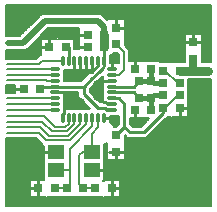
<source format=gtl>
*%FSLAX24Y24*%
*%MOIN*%
G01*
%ADD11C,0.0010*%
%ADD12C,0.0030*%
%ADD13C,0.0043*%
%ADD14C,0.0050*%
%ADD15C,0.0060*%
%ADD16C,0.0070*%
%ADD17C,0.0073*%
%ADD18C,0.0080*%
%ADD19C,0.0100*%
%ADD20C,0.0110*%
%ADD21C,0.0150*%
%ADD22C,0.0200*%
%ADD23C,0.0250*%
%ADD24C,0.0300*%
%ADD25C,0.0360*%
%ADD26C,0.0440*%
%ADD27C,0.0600*%
%ADD28R,0.0300X0.0300*%
%ADD29R,0.0380X0.0380*%
%ADD30R,0.0551X0.0453*%
%ADD31R,0.0631X0.0533*%
%ADD32O,0.0118X0.0354*%
%ADD33O,0.0198X0.0434*%
%ADD34O,0.0354X0.0118*%
%ADD35O,0.0434X0.0198*%
D16*
X15000Y13200D02*
X15785D01*
Y13250D02*
X15000D01*
Y13300D02*
X15785D01*
Y13350D02*
X15000D01*
Y13400D02*
X15785D01*
Y13450D02*
X15000D01*
Y13500D02*
X15785D01*
Y13550D02*
X15000D01*
Y13600D02*
X15785D01*
Y13650D02*
X15000D01*
Y13700D02*
X15785D01*
X16259Y13750D02*
X15000D01*
Y13800D02*
X16259D01*
Y13850D02*
X15000D01*
Y13900D02*
X16259D01*
Y13950D02*
X15000D01*
Y14000D02*
X16259D01*
Y14050D02*
X15000D01*
Y14100D02*
X16259D01*
Y14150D02*
X15000D01*
Y14200D02*
X16259D01*
Y14250D02*
X15000D01*
Y14300D02*
X16259D01*
Y14350D02*
X15000D01*
Y14400D02*
X16259D01*
Y14450D02*
X15000D01*
Y14500D02*
X16259D01*
Y14550D02*
X15000D01*
Y14600D02*
X16259D01*
Y14650D02*
X15000D01*
X15800Y13175D02*
Y12880D01*
X15850D02*
Y13175D01*
X15900D02*
Y12880D01*
X15950D02*
Y13175D01*
X16000D02*
Y12880D01*
X16050D02*
Y13175D01*
X16100D02*
Y12880D01*
X16150D02*
Y13175D01*
X16200D02*
Y12880D01*
X16250D02*
Y13175D01*
X16300D02*
Y12880D01*
X16400D02*
Y13175D01*
X16450D02*
Y12880D01*
X16500D02*
Y13175D01*
X16550D02*
Y12880D01*
X15785Y13175D02*
Y13745D01*
X16259D01*
Y14329D01*
Y14421D01*
Y14329D01*
X16335Y13175D02*
X15785D01*
X16259Y14700D02*
X15000D01*
X16600Y13175D02*
Y12880D01*
X16650D02*
Y13175D01*
X16259Y14750D02*
X15000D01*
Y14800D02*
X16259D01*
Y14850D02*
X15000D01*
Y15135D02*
Y12880D01*
Y15135D01*
X15050D02*
Y12880D01*
X15100D02*
Y15135D01*
X15150D02*
Y12880D01*
X15200D02*
Y15135D01*
X15250D02*
Y12880D01*
X15000Y14900D02*
X16228D01*
X16178Y14950D02*
X15000D01*
Y15000D02*
X16128D01*
X16078Y15050D02*
X15000D01*
Y15100D02*
X16028D01*
X15992Y15135D02*
X15000D01*
X15300D02*
Y12880D01*
X15306Y16650D02*
X15000D01*
Y16640D02*
X15306D01*
X15000D02*
Y16917D01*
Y16640D01*
X15050D02*
Y16917D01*
X15100D02*
Y16640D01*
X15150D02*
Y16917D01*
X15200D02*
Y16640D01*
X15250D02*
Y16917D01*
X15306Y16700D02*
X15000D01*
Y16750D02*
X15306D01*
Y16800D02*
X15000D01*
Y16850D02*
X15306D01*
Y16900D02*
X15000D01*
Y16917D02*
X15306D01*
X15300D02*
Y16640D01*
X15306D02*
Y16917D01*
X15350Y15135D02*
Y12880D01*
X15400D02*
Y15135D01*
X15450D02*
Y12880D01*
X15500D02*
Y15135D01*
X15550D02*
Y12880D01*
X15600D02*
Y15135D01*
X15650D02*
Y12880D01*
X15700D02*
Y15135D01*
X15750D02*
Y12880D01*
X16000Y13745D02*
Y15128D01*
X16050Y15078D02*
Y13745D01*
X15800D02*
Y15135D01*
X15850D02*
Y13745D01*
X15900D02*
Y15135D01*
X15950D02*
Y13745D01*
X16150D02*
Y14978D01*
X16155Y14972D02*
X16242Y14885D01*
X16200Y14928D02*
Y13745D01*
X16259Y14421D02*
Y14885D01*
X16155Y14972D02*
X15992Y15135D01*
X16100Y15028D02*
Y13745D01*
X16242Y14885D02*
X16155Y14972D01*
X16700Y13175D02*
Y12880D01*
X16750D02*
Y13175D01*
X16800D02*
Y12880D01*
X16850D02*
Y13175D01*
X16900D02*
Y12880D01*
X16950D02*
Y13175D01*
X17000D02*
Y12880D01*
X15000D02*
X21830D01*
Y12900D02*
X15000D01*
X17050Y12880D02*
Y13175D01*
X15000Y12950D02*
X21830D01*
X17100Y12880D02*
Y13175D01*
X17150D02*
Y12880D01*
X17200D02*
Y13175D01*
X17250D02*
Y12880D01*
X16735Y13175D02*
X16355D01*
X16735D02*
X16905D01*
X16735D01*
X16905D02*
X17285D01*
X16978Y16111D02*
X16921D01*
X16981D02*
X17175D01*
X15000Y13000D02*
X21830D01*
Y13050D02*
X15000D01*
Y13100D02*
X21830D01*
X17685Y13175D02*
X17305D01*
X15000Y13150D02*
X21830D01*
X17372Y16111D02*
X17178D01*
X17350Y13175D02*
Y12880D01*
X17400D02*
Y13175D01*
X17450D02*
Y12880D01*
X17500D02*
Y13175D01*
X17550D02*
Y12880D01*
X17600D02*
Y13175D01*
X17650D02*
Y12880D01*
X17700D02*
Y13175D01*
X17750D02*
Y12880D01*
X17800D02*
Y13175D01*
X17850D02*
Y12880D01*
X17900D02*
Y13175D01*
X17950D02*
Y12880D01*
X18000D02*
Y13175D01*
X18050D02*
Y12880D01*
X17855Y13175D02*
X17685D01*
X17855D01*
X18235D01*
X18100D02*
Y12880D01*
X16921Y16111D02*
Y16168D01*
X16950Y16111D02*
Y16668D01*
X16921Y16365D02*
Y16171D01*
X17000Y16111D02*
Y16668D01*
X17050D02*
Y16111D01*
X17100D02*
Y16668D01*
X17150D02*
Y16111D01*
X16921Y16150D02*
X17755D01*
X17705Y16200D02*
X16921D01*
X17375Y16111D02*
X17569D01*
X17400D02*
Y16505D01*
X17200Y16668D02*
Y16111D01*
X17250D02*
Y16668D01*
X17300D02*
Y16111D01*
X17350D02*
Y16668D01*
X16921Y16562D02*
Y16368D01*
Y16500D02*
X17405D01*
X17398Y16550D02*
X16921D01*
Y16600D02*
X17398D01*
X16921Y16565D02*
Y16668D01*
Y16650D02*
X17398D01*
Y16668D02*
Y16507D01*
Y16668D01*
X17655Y16250D02*
X16921D01*
Y16300D02*
X17605D01*
X17555Y16350D02*
X16921D01*
Y16400D02*
X17505D01*
X17455Y16450D02*
X16921D01*
Y16668D02*
X17398D01*
Y16507D02*
X17493Y16412D01*
X17398Y16507D01*
X17650Y16255D02*
Y16111D01*
X17700D02*
Y16205D01*
X17750Y16155D02*
Y16111D01*
X17450D02*
Y16455D01*
X17500Y16405D02*
Y16111D01*
X17550D02*
Y16355D01*
X17600Y16305D02*
Y16111D01*
X17794D02*
X17493Y16412D01*
X17571Y16111D02*
X17765D01*
X18075Y16400D02*
X18219D01*
Y16450D02*
X18025D01*
X18145Y16330D02*
X17778Y16697D01*
X18000Y16475D02*
Y16982D01*
X18100Y17082D02*
Y16375D01*
X18050Y16425D02*
Y17032D01*
X17778Y16763D02*
Y16697D01*
X17800Y16675D02*
Y16785D01*
X17975Y16500D02*
X18219D01*
X17850Y16625D02*
Y16835D01*
X17900Y16885D02*
Y16575D01*
X17778Y16763D02*
X17954Y16939D01*
X17950Y16935D02*
Y16525D01*
X17957Y16939D02*
X18052Y17034D01*
X18219Y16650D02*
X17825D01*
X17778Y16700D02*
X18219D01*
Y16550D02*
X17925D01*
X17875Y16600D02*
X18219D01*
Y16750D02*
X17778D01*
X17815Y16800D02*
X18219D01*
Y16850D02*
X17865D01*
X17915Y16900D02*
X18219D01*
X15000Y17772D02*
Y18065D01*
Y17772D01*
X15050D02*
Y18065D01*
X15100D02*
Y17772D01*
X15150D02*
Y18065D01*
X15200D02*
Y17772D01*
X15250D02*
Y18065D01*
X15000Y17772D02*
X15992D01*
X15300D02*
Y18065D01*
X15350D02*
Y17772D01*
X15400D02*
Y18065D01*
X15450D02*
Y17772D01*
X15500D02*
Y18065D01*
X15550D02*
Y17772D01*
X15600D02*
Y18065D01*
X15432D02*
X15000D01*
X15650D02*
Y17772D01*
X15432Y18535D02*
X15000D01*
Y18550D02*
X15448D01*
X15498Y18600D02*
X15000D01*
Y18650D02*
X15548D01*
X15598Y18700D02*
X15000D01*
Y17800D02*
X16021D01*
X16071Y17850D02*
X15000D01*
Y17900D02*
X16143D01*
Y17950D02*
X15000D01*
Y18000D02*
X16143D01*
Y18050D02*
X15000D01*
X15432Y18065D02*
X15668D01*
X15432D01*
X15700Y18098D02*
Y17772D01*
X15750D02*
Y18148D01*
X15800Y18198D02*
Y17772D01*
X15850D02*
Y18248D01*
X15900Y18298D02*
Y17772D01*
X15950D02*
Y18348D01*
X16000Y18398D02*
Y17779D01*
X15992Y17772D02*
X16029Y17809D01*
X16117Y17896D01*
X16029Y17809D01*
X16050Y17829D02*
Y18448D01*
X16100Y18498D02*
Y17879D01*
X16143Y17896D02*
Y18453D01*
X15785Y18182D02*
X15668Y18065D01*
X15785Y18182D01*
X15702Y18100D02*
X16143D01*
Y18150D02*
X15752D01*
X15802Y18200D02*
X16143D01*
Y18250D02*
X15852D01*
X15902Y18300D02*
X16143D01*
Y18350D02*
X15952D01*
X16002Y18400D02*
X16143D01*
Y18450D02*
X16052D01*
X16143Y18453D02*
X16693D01*
X16150D02*
Y18548D01*
X16200Y18598D02*
Y18453D01*
X16250D02*
Y18648D01*
X15000Y18535D02*
Y19560D01*
Y18535D01*
X15050D02*
Y19560D01*
X15100D02*
Y18535D01*
X15150D02*
Y19560D01*
X15200D02*
Y18535D01*
X15250D02*
Y19560D01*
X15300D02*
Y18535D01*
X15350D02*
Y19560D01*
X16398Y18795D02*
X15785Y18182D01*
X15432Y18535D02*
X16045Y19148D01*
X15400Y19560D02*
Y18535D01*
X15450Y18552D02*
Y19560D01*
X15500D02*
Y18602D01*
X15550Y18652D02*
Y19560D01*
X15648Y18750D02*
X15000D01*
Y18800D02*
X15698D01*
X15748Y18850D02*
X15000D01*
Y18900D02*
X15798D01*
X15600Y18702D02*
Y19560D01*
X15650D02*
Y18752D01*
X15700Y18802D02*
Y19560D01*
X15750D02*
Y18852D01*
X15848Y18950D02*
X15000D01*
Y19000D02*
X15898D01*
X15948Y19050D02*
X15000D01*
Y19100D02*
X15998D01*
X16048Y19150D02*
X15000D01*
Y19200D02*
X16098D01*
X15800Y18902D02*
Y19560D01*
X16148Y19250D02*
X15000D01*
X16045Y19148D02*
X16162Y19265D01*
X16300Y18698D02*
Y18453D01*
X16045Y19148D02*
X16162Y19265D01*
X15850Y19560D02*
Y18952D01*
X15900Y19002D02*
Y19560D01*
X15950D02*
Y19052D01*
X16000Y19102D02*
Y19560D01*
X16350Y18748D02*
Y18453D01*
X16400D02*
Y18795D01*
X16450D02*
Y18453D01*
X16500D02*
Y18795D01*
X16550D02*
Y18453D01*
X16600D02*
Y18795D01*
X16650D02*
Y18453D01*
X16750D02*
Y18795D01*
X16050Y19152D02*
Y19560D01*
X16100D02*
Y19202D01*
X16150Y19252D02*
Y19560D01*
X16162Y19265D02*
X16398D01*
X16200D02*
Y19560D01*
X16250D02*
Y19265D01*
X16300D02*
Y19560D01*
X16350D02*
Y19265D01*
X16398D02*
X16162D01*
X16400D02*
Y19560D01*
X16450D02*
Y19265D01*
X16500D02*
Y19560D01*
X16550D02*
Y19265D01*
X16600D02*
Y19560D01*
X16650D02*
Y19265D01*
X16700D02*
Y19560D01*
X16921Y17152D02*
Y17048D01*
X16950D02*
Y17409D01*
X16921Y17349D02*
Y17155D01*
X17000Y17048D02*
Y17409D01*
X17050D02*
Y17048D01*
X17100D02*
Y17409D01*
X17150D02*
Y17048D01*
X16921Y17050D02*
X17495D01*
X17493Y17048D02*
X16921D01*
Y17100D02*
X17545D01*
X17595Y17150D02*
X16921D01*
Y17200D02*
X17645D01*
X17695Y17250D02*
X16921D01*
X17200Y17409D02*
Y17048D01*
X17250D02*
Y17409D01*
X16921D02*
Y17352D01*
Y17409D02*
X16978D01*
X16981D02*
X17175D01*
X17178D02*
X17372D01*
X17424Y18110D02*
X17268D01*
X17263Y18453D02*
X16713D01*
X17268Y18263D02*
Y18110D01*
X17263Y18268D02*
Y18453D01*
X16921Y17300D02*
X17745D01*
X17848Y17400D02*
X16921D01*
X17268Y18150D02*
X17424D01*
Y18200D02*
X17268D01*
Y18250D02*
X17424D01*
Y18300D02*
X17263D01*
Y18350D02*
X17424D01*
Y18400D02*
X17263D01*
X17300Y17409D02*
Y17048D01*
X17350D02*
Y17409D01*
X17400D02*
Y17048D01*
X17450D02*
Y17409D01*
X17500D02*
Y17055D01*
X17550Y17105D02*
Y17409D01*
X17600D02*
Y17155D01*
X17957Y16939D02*
X18052Y17034D01*
X17968Y16950D02*
X18219D01*
X18049Y17034D02*
X17954Y16939D01*
X18018Y17000D02*
X18219D01*
X17669Y17224D02*
X17493Y17048D01*
X17650Y17205D02*
Y17409D01*
X18068Y17050D02*
X18219D01*
X18172Y17154D02*
X18052Y17034D01*
X17569Y17409D02*
X17375D01*
X17700D02*
Y17255D01*
X17750Y17305D02*
Y17409D01*
X17424Y18110D02*
Y18302D01*
Y18450D02*
X17263D01*
X17767Y17319D02*
X17672Y17224D01*
X17765Y17409D02*
X17571D01*
X17669Y17224D02*
X17764Y17319D01*
X17669Y17224D01*
X17767Y17319D02*
X17857Y17409D01*
X17768D01*
X17800D02*
Y17352D01*
X16800Y18453D02*
Y18795D01*
X16850D02*
Y18453D01*
X16900D02*
Y18795D01*
X16950D02*
Y18453D01*
X17000D02*
Y18795D01*
X17050D02*
Y18453D01*
X17100D02*
Y18795D01*
X17424Y18500D02*
X16102D01*
X16152Y18550D02*
X17424D01*
Y18600D02*
X16202D01*
X16252Y18650D02*
X17424D01*
Y18700D02*
X16302D01*
X16352Y18750D02*
X17424D01*
X17150Y18795D02*
Y18453D01*
X17424Y18795D02*
X16398D01*
X16750Y19265D02*
Y19560D01*
X16800D02*
Y19265D01*
X16850D02*
Y19560D01*
X16900D02*
Y19265D01*
X16950D02*
Y19560D01*
X17000D02*
Y19265D01*
X17050D02*
Y19560D01*
X17100D02*
Y19265D01*
X15000Y19300D02*
X21830D01*
Y19350D02*
X15000D01*
X16398Y19265D02*
X17942D01*
X15000Y19400D02*
X21830D01*
Y19450D02*
X15000D01*
Y19500D02*
X21830D01*
Y19550D02*
X15000D01*
Y19560D02*
X21830D01*
X17200Y18795D02*
Y18453D01*
X17300Y18795D02*
Y18110D01*
X17250Y18453D02*
Y18795D01*
X17150Y19265D02*
Y19560D01*
X17200D02*
Y19265D01*
X17250D02*
Y19560D01*
X17300D02*
Y19265D01*
X17350Y18795D02*
Y18110D01*
X17424Y18302D02*
Y18472D01*
Y18302D01*
X17400Y18110D02*
Y18795D01*
X17350Y19265D02*
Y19560D01*
X17424Y18795D02*
Y18472D01*
X17400Y19265D02*
Y19560D01*
X17450D02*
Y19265D01*
X17500D02*
Y19560D01*
X17550D02*
Y19265D01*
X17600D02*
Y19560D01*
X17650D02*
Y19265D01*
X17700D02*
Y19560D01*
X17750D02*
Y19265D01*
X17800D02*
Y19560D01*
X17850D02*
Y19265D01*
X17900D02*
Y19560D01*
X17942Y19265D02*
X18178D01*
X17942D01*
X17950D02*
Y19560D01*
X18000D02*
Y19265D01*
X18050D02*
Y19560D01*
X18100D02*
Y19265D01*
X18150Y13175D02*
Y12880D01*
X18200D02*
Y13175D01*
X18235Y13699D02*
Y13745D01*
X18260D02*
Y13699D01*
X18255D02*
Y13745D01*
X18260D02*
Y14329D01*
Y14421D01*
X18255Y13175D02*
X18805D01*
Y13745D02*
X18260D01*
X18300Y13175D02*
Y12880D01*
X18350D02*
Y13175D01*
X18260Y14329D02*
Y14421D01*
Y14400D02*
X18375D01*
X18300Y14942D02*
Y13745D01*
X18350D02*
Y14960D01*
X18375Y14450D02*
X18260D01*
Y14500D02*
X18375D01*
Y14550D02*
X18260D01*
Y14421D02*
Y14902D01*
Y14600D02*
X18375D01*
Y14398D02*
Y14948D01*
X18318Y14960D02*
X18260Y14902D01*
Y14650D02*
X18375D01*
Y14700D02*
X18260D01*
X18375Y14398D02*
X18945D01*
X18375Y14750D02*
X18260D01*
Y14800D02*
X18375D01*
Y14850D02*
X18260D01*
Y14900D02*
X18375D01*
Y14960D02*
X18318D01*
X18400Y13175D02*
Y12880D01*
X18450D02*
Y13175D01*
X18500D02*
Y12880D01*
X18550D02*
Y13175D01*
X18600D02*
Y12880D01*
X18650D02*
Y13175D01*
X18700D02*
Y12880D01*
X18750D02*
Y13175D01*
X18800D02*
Y12880D01*
X18805Y13175D02*
Y13745D01*
X18850Y14398D02*
Y12880D01*
X18900D02*
Y14398D01*
X19050Y15145D02*
Y12880D01*
X19100D02*
Y15145D01*
X18400Y14398D02*
Y13745D01*
X18450D02*
Y14398D01*
X18500D02*
Y13745D01*
X18550D02*
Y14398D01*
X18600D02*
Y13745D01*
X18650D02*
Y14398D01*
X18700D02*
Y13745D01*
X18750D02*
Y14398D01*
X18800D02*
Y13745D01*
X18945Y14398D02*
Y14948D01*
Y15150D02*
X19026D01*
X18668Y15518D02*
X18600D01*
Y15540D02*
X18453Y15687D01*
Y15877D01*
X18590Y15550D02*
X18699D01*
X18500Y15640D02*
Y15877D01*
X18600D02*
Y15540D01*
X18550Y15590D02*
Y15877D01*
X18650D02*
Y15518D01*
X18700Y15551D02*
Y15877D01*
X18755Y15650D02*
X18490D01*
X18453Y15700D02*
X18755D01*
Y15606D02*
X18668Y15518D01*
X18749Y15600D02*
X18540D01*
X18453Y15750D02*
X18755D01*
Y15800D02*
X18453D01*
Y15850D02*
X18755D01*
X18746Y15877D02*
X18453D01*
X19000Y15176D02*
Y12880D01*
X19150D02*
Y15145D01*
X19200D02*
Y12880D01*
X18950D02*
Y15226D01*
X18945Y15231D02*
Y14968D01*
X19031Y15145D02*
X18945Y15231D01*
X19031Y15145D01*
X19216D01*
X19031D01*
X19250D02*
Y12880D01*
X19300D02*
Y15145D01*
X19350D02*
Y12880D01*
X19400D02*
Y15145D01*
X19450D02*
Y12880D01*
X19500D02*
Y15145D01*
X18976Y15200D02*
X18945D01*
X19216Y15515D02*
X19125Y15606D01*
X19150Y15581D02*
Y15795D01*
X19125D02*
Y15606D01*
X19200Y15531D02*
Y15795D01*
X18755Y15886D02*
Y15606D01*
X19250Y15515D02*
Y15795D01*
X19300D02*
Y15515D01*
X19216Y15145D02*
X19488D01*
X19522Y15550D02*
X19181D01*
X19216Y15515D02*
X19488D01*
X19350D02*
Y15795D01*
X19400D02*
Y15515D01*
X19450D02*
Y15795D01*
X19500D02*
Y15528D01*
X18805Y13200D02*
X21830D01*
Y13250D02*
X18805D01*
Y13300D02*
X21830D01*
Y13350D02*
X18805D01*
Y13400D02*
X21830D01*
Y13450D02*
X18805D01*
Y13500D02*
X21830D01*
Y13550D02*
X18805D01*
Y13600D02*
X21830D01*
Y13650D02*
X18805D01*
Y13700D02*
X21830D01*
Y13750D02*
X18260D01*
Y13800D02*
X21830D01*
Y13850D02*
X18260D01*
Y13900D02*
X21830D01*
Y13950D02*
X18260D01*
Y14000D02*
X21830D01*
Y14050D02*
X18260D01*
Y14100D02*
X21830D01*
Y14150D02*
X18260D01*
Y14200D02*
X21830D01*
Y14250D02*
X18260D01*
Y14300D02*
X21830D01*
Y14350D02*
X18260D01*
X18945Y14400D02*
X21830D01*
Y14450D02*
X18945D01*
Y14500D02*
X21830D01*
Y14550D02*
X18945D01*
Y14600D02*
X21830D01*
Y14650D02*
X18945D01*
Y14700D02*
X21830D01*
X19550Y15145D02*
Y12880D01*
X19600D02*
Y15145D01*
X19650D02*
Y12880D01*
X19700D02*
Y15172D01*
X19750Y15222D02*
Y12880D01*
X19800D02*
Y15272D01*
X19850Y15322D02*
Y12880D01*
X18945Y14750D02*
X21830D01*
Y14800D02*
X18945D01*
Y14850D02*
X21830D01*
Y14900D02*
X18945D01*
X19900Y15372D02*
Y12880D01*
X19950D02*
Y15422D01*
X20000Y15472D02*
Y12880D01*
X20050D02*
Y15522D01*
X18945Y15000D02*
X21830D01*
Y15050D02*
X18945D01*
Y15100D02*
X21830D01*
X19672Y15145D02*
X19488D01*
X19672D01*
X19678Y15150D02*
X21830D01*
X19765Y15238D02*
X19672Y15145D01*
X19765Y15238D01*
X19728Y15200D02*
X21830D01*
Y15250D02*
X19778D01*
X19828Y15300D02*
X21830D01*
Y15350D02*
X19878D01*
X19928Y15400D02*
X21830D01*
Y15450D02*
X19978D01*
X20028Y15500D02*
X21830D01*
Y15550D02*
X20078D01*
X19572Y15600D02*
X19131D01*
X20100Y15572D02*
Y12880D01*
X20150D02*
Y15622D01*
X19768Y15795D02*
X19488Y15515D01*
X19550Y15578D02*
Y15795D01*
X20200Y15672D02*
Y12880D01*
X19600Y15628D02*
Y15795D01*
X20250Y15722D02*
Y12880D01*
X19765Y15238D02*
X20332Y15805D01*
X20300Y15772D02*
Y12880D01*
X20350D02*
Y15822D01*
X20400Y15848D02*
Y12880D01*
X20450D02*
Y15848D01*
X20500D02*
Y12880D01*
X20550D02*
Y15848D01*
X19622Y15650D02*
X19125D01*
Y15700D02*
X19672D01*
X19722Y15750D02*
X19125D01*
Y15795D02*
X19555D01*
X19650D02*
Y15678D01*
X19575Y15795D02*
X19768D01*
X19700D02*
Y15728D01*
X20332Y15805D02*
X20376Y15848D01*
X20128Y15600D02*
X21830D01*
Y15650D02*
X20178D01*
X20228Y15700D02*
X21830D01*
Y15750D02*
X20278D01*
X20328Y15800D02*
X21830D01*
X20376Y15848D02*
X20332Y15805D01*
X20376Y15848D02*
X20505D01*
X20525D02*
X21075D01*
X20600D02*
Y12880D01*
X20650D02*
Y15848D01*
X20700D02*
Y12880D01*
X20750D02*
Y15848D01*
X20800D02*
Y12880D01*
X20850D02*
Y15848D01*
X20900D02*
Y12880D01*
X20950D02*
Y15848D01*
X21000D02*
Y12880D01*
X21050D02*
Y15848D01*
X21100Y17095D02*
Y12880D01*
X21150D02*
Y17095D01*
X21200D02*
Y12880D01*
X21250D02*
Y17095D01*
X21300D02*
Y12880D01*
X21075Y15848D02*
Y16275D01*
X21350Y17095D02*
Y12880D01*
X21400D02*
Y17095D01*
X21450D02*
Y12880D01*
X21500D02*
Y17095D01*
X21550D02*
Y12880D01*
X21600D02*
Y17095D01*
X21830Y15850D02*
X21075D01*
Y15900D02*
X21830D01*
X21650Y17095D02*
Y12880D01*
X21830Y15950D02*
X21075D01*
X21700Y17095D02*
Y12880D01*
X21750D02*
Y17095D01*
X21800D02*
Y12880D01*
X21830D02*
Y17095D01*
X18185Y16330D02*
X18145D01*
X18185D02*
X18219D01*
X18185D01*
X18150D02*
Y17132D01*
X18125Y16350D02*
X18219D01*
Y16365D02*
Y16330D01*
X18200D02*
Y17175D01*
X18219Y16562D02*
Y16368D01*
Y17100D02*
X18118D01*
X18219Y16759D02*
Y16565D01*
Y16761D02*
Y16955D01*
Y17150D02*
X18168D01*
X18179Y17154D02*
X18219Y17194D01*
Y17152D02*
Y16958D01*
X18179Y17154D02*
X18219Y17194D01*
Y17201D02*
X18172Y17154D01*
X18219Y17155D02*
Y17194D01*
X18453Y17643D02*
Y17902D01*
X18500D02*
Y17643D01*
X18544Y17902D02*
X18453D01*
X18700Y17958D02*
Y17643D01*
X18708Y17950D02*
X18544D01*
X18453Y17643D02*
X18745D01*
Y17650D02*
X18453D01*
Y17700D02*
X18745D01*
Y17750D02*
X18453D01*
Y17800D02*
X18745D01*
Y17850D02*
X18453D01*
X18745Y17912D02*
Y17643D01*
Y17900D02*
X18453D01*
X19095Y17912D02*
Y17715D01*
X19555D01*
X20125D02*
Y17665D01*
Y17715D02*
X19575D01*
X18550Y17643D02*
Y17975D01*
X18600D02*
Y17643D01*
X18544Y17902D02*
Y17975D01*
X18375Y19068D02*
X18295Y19148D01*
X18350Y19092D02*
Y19560D01*
X18650Y17975D02*
Y17643D01*
X18400Y19095D02*
Y19560D01*
X18682Y17975D02*
X18745Y17912D01*
X18682Y17975D02*
X18544D01*
X18945Y18238D02*
X19008Y18175D01*
X18945Y18238D02*
Y18525D01*
Y19095D02*
X18375D01*
X18945D02*
Y18545D01*
X18295Y19148D02*
X18178Y19265D01*
X18150D02*
Y19560D01*
X18178Y19265D02*
X18295Y19148D01*
X18200Y19242D02*
Y19560D01*
X18300D02*
Y19142D01*
X18250Y19192D02*
Y19560D01*
X18450D02*
Y19095D01*
X18500D02*
Y19560D01*
X18550D02*
Y19095D01*
X18600D02*
Y19560D01*
X18650D02*
Y19095D01*
X18700D02*
Y19560D01*
X18750D02*
Y19095D01*
X18800D02*
Y19560D01*
X18850D02*
Y19095D01*
X18900D02*
Y19560D01*
X19100D02*
Y17715D01*
X19150D02*
Y19560D01*
X19200D02*
Y17715D01*
X19250D02*
Y19560D01*
X19300D02*
Y17715D01*
X19350D02*
Y19560D01*
X19400D02*
Y17715D01*
X19450D02*
Y19560D01*
X19500D02*
Y17715D01*
X19550D02*
Y19560D01*
X19600D02*
Y17715D01*
X20150Y17665D02*
Y19560D01*
X19650D02*
Y17715D01*
X20200Y17665D02*
Y19560D01*
X20250D02*
Y17665D01*
X19095Y18088D02*
X19008Y18175D01*
X19095Y18088D01*
Y17912D01*
Y18088D01*
X19000Y18182D02*
Y19560D01*
X18950D02*
Y18232D01*
X19700Y17715D02*
Y19560D01*
X19050D02*
Y18132D01*
X19750Y17715D02*
Y19560D01*
X19800D02*
Y17715D01*
X19850D02*
Y19560D01*
X19900D02*
Y17715D01*
X19950D02*
Y19560D01*
X20000D02*
Y17715D01*
X20050D02*
Y19560D01*
X20100D02*
Y17715D01*
X21075Y16000D02*
X21830D01*
Y16050D02*
X21075D01*
X20505Y17665D02*
X20125D01*
X20525D02*
X20648D01*
X21075Y16418D02*
Y16275D01*
Y16418D01*
Y16100D02*
X21830D01*
Y16150D02*
X21075D01*
Y16200D02*
X21830D01*
Y16250D02*
X21075D01*
Y16300D02*
X21830D01*
Y16350D02*
X21075D01*
Y16400D02*
X21830D01*
Y16450D02*
X21075D01*
X20955Y17700D02*
X20125D01*
X20955Y17750D02*
X19095D01*
X20648Y17665D02*
X20955D01*
X20648D01*
X20955Y17800D02*
X19095D01*
Y17850D02*
X20955D01*
Y17665D02*
Y18045D01*
Y17900D02*
X19095D01*
Y17950D02*
X20955D01*
Y18150D02*
X19032D01*
X19095Y18000D02*
X20955D01*
Y18100D02*
X19082D01*
X18945Y18250D02*
X20955D01*
Y18300D02*
X18945D01*
X18982Y18200D02*
X20955D01*
Y18350D02*
X18945D01*
X21075Y16500D02*
X21830D01*
Y16550D02*
X21075D01*
Y16600D02*
X21830D01*
X21075Y16675D02*
Y16418D01*
Y16675D02*
Y16845D01*
Y16675D01*
Y16845D02*
Y17095D01*
Y16650D02*
X21830D01*
Y16700D02*
X21075D01*
Y16750D02*
X21830D01*
Y16800D02*
X21075D01*
Y16850D02*
X21830D01*
Y16900D02*
X21075D01*
Y16950D02*
X21830D01*
Y17000D02*
X21075D01*
Y17050D02*
X21830D01*
Y17095D02*
X21075D01*
X21525Y17665D02*
X21830D01*
Y17700D02*
X21525D01*
Y17750D02*
X21830D01*
Y17800D02*
X21525D01*
Y17665D02*
Y18045D01*
Y17850D02*
X21830D01*
Y17900D02*
X21525D01*
Y17950D02*
X21830D01*
Y18000D02*
X21525D01*
Y18100D02*
X21830D01*
Y18150D02*
X21525D01*
Y18200D02*
X21830D01*
Y18250D02*
X21525D01*
Y18300D02*
X21830D01*
X20300Y17665D02*
Y19560D01*
X20350D02*
Y17665D01*
X20400D02*
Y19560D01*
X20450D02*
Y17665D01*
X20500D02*
Y19560D01*
X20550D02*
Y17665D01*
X20600D02*
Y19560D01*
X20955Y18400D02*
X18945D01*
Y18450D02*
X20955D01*
X20650Y17665D02*
Y19560D01*
X20700D02*
Y17665D01*
X20750D02*
Y19560D01*
X20800D02*
Y17665D01*
X20850D02*
Y19560D01*
X20900D02*
Y17665D01*
X20955Y18500D02*
X18945D01*
Y18550D02*
X20955D01*
Y18600D02*
X18945D01*
Y18650D02*
X21830D01*
Y18700D02*
X18945D01*
Y18750D02*
X21830D01*
Y18800D02*
X18945D01*
Y18850D02*
X21830D01*
Y18900D02*
X18945D01*
Y18950D02*
X21830D01*
Y19000D02*
X18945D01*
Y19050D02*
X21830D01*
Y19200D02*
X18242D01*
X18192Y19250D02*
X21830D01*
Y19100D02*
X18342D01*
X18292Y19150D02*
X21830D01*
X20950Y19560D02*
Y17665D01*
X20955Y18065D02*
Y18615D01*
X21550Y19560D02*
Y17665D01*
X21525Y18065D02*
Y18615D01*
Y18350D02*
X21830D01*
Y18400D02*
X21525D01*
X21600Y17665D02*
Y19560D01*
X21650D02*
Y17665D01*
X21700D02*
Y19560D01*
X21750D02*
Y17665D01*
X21800D02*
Y19560D01*
X21830D02*
Y17665D01*
X21000Y18615D02*
Y19560D01*
X21050D02*
Y18615D01*
X21100D02*
Y19560D01*
X21150D02*
Y18615D01*
X21200D02*
Y19560D01*
X21250D02*
Y18615D01*
X21300D02*
Y19560D01*
X21350D02*
Y18615D01*
X21525Y18450D02*
X21830D01*
Y18500D02*
X21525D01*
Y18550D02*
X21830D01*
Y18600D02*
X21525D01*
Y18615D02*
X20955D01*
X21400D02*
Y19560D01*
X21450D02*
Y18615D01*
X21500D02*
Y19560D01*
D18*
X17120Y15060D02*
X16330D01*
X16080Y15310D01*
X15010D01*
X16430Y15210D02*
X17070D01*
X16430D02*
X16140Y15500D01*
X15010D01*
X16530Y15360D02*
X17020D01*
X16200Y15690D02*
X15010D01*
X16200D02*
X16530Y15360D01*
X16260Y15880D02*
X15010D01*
X16260D02*
X16630Y15510D01*
X16970D01*
X18531Y17252D02*
X18752D01*
X17120Y14786D02*
Y13559D01*
Y14060D02*
X16670D01*
X17119Y13559D02*
X17020Y13460D01*
X17119Y13559D02*
X17120D01*
X17420Y13610D02*
X17570Y13460D01*
X16520Y17437D02*
X15010D01*
X20293Y16140D02*
X20713Y16560D01*
X20717Y16960D02*
X20297Y17380D01*
X16080Y17597D02*
X15010D01*
X16080D02*
X16204Y17721D01*
X16881D01*
X16609Y17252D02*
X15010D01*
X17668Y15799D02*
Y15608D01*
X17120Y15060D01*
X17472Y15612D02*
Y15799D01*
Y15612D02*
X17070Y15210D01*
X17275Y15615D02*
Y15799D01*
Y15615D02*
X17020Y15360D01*
X17078Y15618D02*
Y15799D01*
Y15618D02*
X16970Y15510D01*
X16609Y16071D02*
X15010D01*
Y16268D02*
X16609D01*
Y17055D02*
X16375D01*
X16338Y17092D01*
X16609Y16465D02*
X15010D01*
X18062Y15799D02*
Y15502D01*
X17850Y15290D01*
X17865Y15532D02*
Y15799D01*
X17850Y14691D02*
X17551D01*
X17420Y14560D01*
Y13610D01*
X17120Y14786D02*
X17865Y15532D01*
X17850Y15290D02*
Y14691D01*
X17020Y13460D02*
X16620D01*
X17570D02*
X17970D01*
X18920Y17420D02*
Y18000D01*
X18660Y18260D01*
X18920Y17420D02*
X18752Y17252D01*
X16338Y17092D02*
X15010D01*
D19*
X18531Y16465D02*
X18755D01*
X19268Y16858D02*
X19440Y17030D01*
X19268Y16858D02*
X18531D01*
X19258Y16662D02*
X19440Y16480D01*
X19258Y16662D02*
X18531D01*
X18940Y15513D02*
X18660Y15233D01*
X20247Y16133D02*
X20254Y16140D01*
X20240Y16133D02*
Y15990D01*
X19580Y15330D01*
X19123D01*
X18940Y15513D01*
Y16280D02*
X18755Y16465D01*
X18940Y16280D02*
Y15513D01*
X18531Y16268D02*
X18402D01*
X18380Y16290D01*
X18350D01*
X18310Y16330D01*
X18062Y17562D02*
Y17721D01*
X17865D02*
Y17405D01*
X18030Y16550D02*
X18250Y16330D01*
X18310D01*
X18030Y16910D02*
X18175Y17055D01*
X17858Y17358D02*
X18062Y17562D01*
X17858Y17358D02*
X17668D01*
X16070Y13460D02*
X15820D01*
X16070D02*
Y13210D01*
Y13460D02*
Y13710D01*
X16294Y14691D02*
X16670D01*
X15591Y16788D02*
X15341D01*
X17850Y14060D02*
X18225D01*
X16428Y18168D02*
X16178D01*
X16428D02*
Y18418D01*
X17472Y17721D02*
Y17444D01*
X17668D02*
Y17721D01*
X17709Y18187D02*
X17459D01*
X17865Y17721D02*
Y17444D01*
X17709Y18587D02*
X17459D01*
X18520Y13460D02*
Y13210D01*
Y13460D02*
Y13710D01*
Y13460D02*
X18770D01*
X18660Y14433D02*
Y14683D01*
X18410D01*
X18660D02*
X18910D01*
X19290Y15830D02*
Y16080D01*
X20790Y16133D02*
Y15883D01*
X19290Y17430D02*
Y17680D01*
X18910Y18810D02*
X18660D01*
Y19060D01*
X20790Y16133D02*
X21040D01*
X20990Y18330D02*
X21240D01*
X21490D01*
X21240D02*
Y18580D01*
D20*
X18259Y18187D02*
Y17721D01*
X17078D02*
Y18168D01*
X18531Y17721D02*
Y17449D01*
Y17721D02*
X18620Y17810D01*
X18541Y15799D02*
X18259D01*
X18541D02*
X18620Y15720D01*
X18259Y17549D02*
Y17721D01*
Y17549D02*
X18220Y17510D01*
Y17480D01*
X17275Y17345D02*
Y17721D01*
X17472D02*
Y17302D01*
X17668Y17358D02*
Y17721D01*
X17248Y16662D02*
X16609D01*
X16881Y15931D02*
Y15799D01*
Y15931D02*
X16909Y15959D01*
Y16099D01*
X17110Y16300D01*
X18349Y16071D02*
X18531D01*
X18349D02*
X18280Y16140D01*
X18175Y17055D02*
X18531D01*
X16212Y16858D02*
X16141Y16788D01*
X17859Y17129D02*
X17862D01*
X17859D02*
X17588Y16858D01*
X18084Y17344D02*
X18220Y17480D01*
X18084Y17344D02*
X18077D01*
X17862Y17129D01*
X18050Y16140D02*
X18280D01*
X17588Y16602D02*
Y16858D01*
Y16602D02*
X18050Y16140D01*
X17588Y16858D02*
X16212D01*
D21*
X19440Y17030D02*
X19840D01*
X19910Y16960D02*
X20240D01*
X19840Y16480D02*
X19440D01*
X19920Y16560D02*
X20240D01*
X19840Y17030D02*
Y17430D01*
Y16480D02*
Y16080D01*
D22*
X18259Y18587D02*
Y18831D01*
X18060Y19030D01*
X16280D01*
X15550Y18300D01*
X15070D01*
D23*
X21240Y17780D02*
Y17380D01*
D24*
X18259Y18187D02*
Y18587D01*
X20790Y17380D02*
X21710D01*
D25*
X21680Y18640D02*
D03*
X19100Y18810D02*
D03*
X17240Y18650D02*
D03*
X21680Y13030D02*
D03*
X20040Y17870D02*
D03*
X19290D02*
D03*
Y15640D02*
D03*
X17110Y16300D02*
D03*
Y17210D02*
D03*
X15150Y16788D02*
D03*
X18430Y14060D02*
D03*
X16100Y14691D02*
D03*
X15981Y18168D02*
D03*
X18960Y13460D02*
D03*
X15630D02*
D03*
X17470Y16300D02*
D03*
Y17210D02*
D03*
X16100Y14060D02*
D03*
X20790Y15690D02*
D03*
X15150Y13030D02*
D03*
X20800Y17870D02*
D03*
X19100Y14680D02*
D03*
X18620Y17810D02*
D03*
Y15720D02*
D03*
X18060Y16550D02*
D03*
Y16910D02*
D03*
X19700Y14980D02*
D03*
X15150Y14990D02*
D03*
X18415Y19410D02*
D03*
X16782D02*
D03*
X20048D02*
D03*
X15150D02*
D03*
X21680D02*
D03*
X18415Y13030D02*
D03*
X16782D02*
D03*
X20048D02*
D03*
X21680Y14625D02*
D03*
X15150Y17920D02*
D03*
X21240Y16890D02*
D03*
X21680Y16220D02*
D03*
X20280Y14100D02*
D03*
X19290Y18320D02*
D03*
X20040D02*
D03*
X20800D02*
D03*
X21680Y16890D02*
D03*
X21240Y16220D02*
D03*
X20260Y15340D02*
D03*
X21670Y17870D02*
D03*
D28*
X18259Y18587D02*
D03*
X17709D02*
D03*
X18259Y18187D02*
D03*
X17709D02*
D03*
X20240Y16560D02*
D03*
X20790D02*
D03*
X18660Y18810D02*
D03*
X19290Y17430D02*
D03*
X15591Y16788D02*
D03*
X16428Y18168D02*
D03*
X20790Y16133D02*
D03*
X18520Y13460D02*
D03*
X21240Y18330D02*
D03*
X16070Y13460D02*
D03*
X19840Y16080D02*
D03*
X21240Y17780D02*
D03*
X20790Y17380D02*
D03*
Y16960D02*
D03*
X20240Y17380D02*
D03*
X18660Y18260D02*
D03*
X20240Y16960D02*
D03*
X19840Y17030D02*
D03*
Y17430D02*
D03*
X19440Y17030D02*
D03*
X19840Y16480D02*
D03*
X19440D02*
D03*
X19290Y16080D02*
D03*
X20240Y16133D02*
D03*
X16141Y16788D02*
D03*
X17570Y13460D02*
D03*
X17970D02*
D03*
X17020D02*
D03*
X16620D02*
D03*
X16978Y18168D02*
D03*
X18660Y15233D02*
D03*
Y14683D02*
D03*
D30*
X16670Y14691D02*
D03*
X17850Y14060D02*
D03*
Y14691D02*
D03*
X16670Y14060D02*
D03*
D32*
X16881Y17721D02*
D03*
X17668D02*
D03*
X17865D02*
D03*
X17078D02*
D03*
X17275D02*
D03*
X17472D02*
D03*
X18062D02*
D03*
X18259D02*
D03*
Y15799D02*
D03*
X17472D02*
D03*
X17275D02*
D03*
X18062D02*
D03*
X17865D02*
D03*
X17668D02*
D03*
X17078D02*
D03*
X16881D02*
D03*
D34*
X16609Y16071D02*
D03*
Y16858D02*
D03*
Y17055D02*
D03*
Y16268D02*
D03*
Y16465D02*
D03*
Y16662D02*
D03*
Y17252D02*
D03*
Y17449D02*
D03*
X18531D02*
D03*
Y16662D02*
D03*
Y16465D02*
D03*
Y17252D02*
D03*
Y17055D02*
D03*
Y16858D02*
D03*
Y16268D02*
D03*
Y16071D02*
D03*
M02*

</source>
